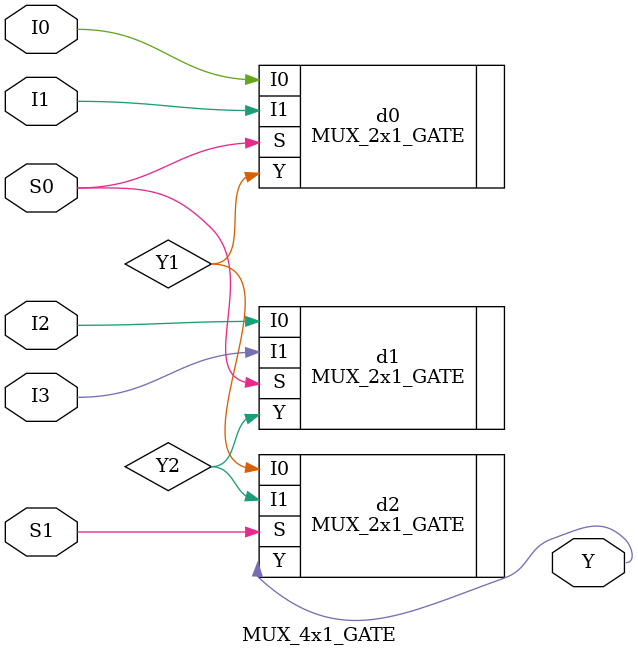
<source format=v>
`timescale 1ns / 1ps


module MUX_4x1_GATE(
    input I0,
    input I1,
    input I2,
    input I3,
    input S0,
    input S1,
    output Y
    );
    wire Y1,Y2;
    MUX_2x1_GATE d0(.S(S0),.I0(I0),.I1(I1),.Y(Y1));
    MUX_2x1_GATE d1(.S(S0),.I0(I2),.I1(I3),.Y(Y2));
    MUX_2x1_GATE d2(.S(S1),.I0(Y1),.I1(Y2),.Y(Y));
        
endmodule

</source>
